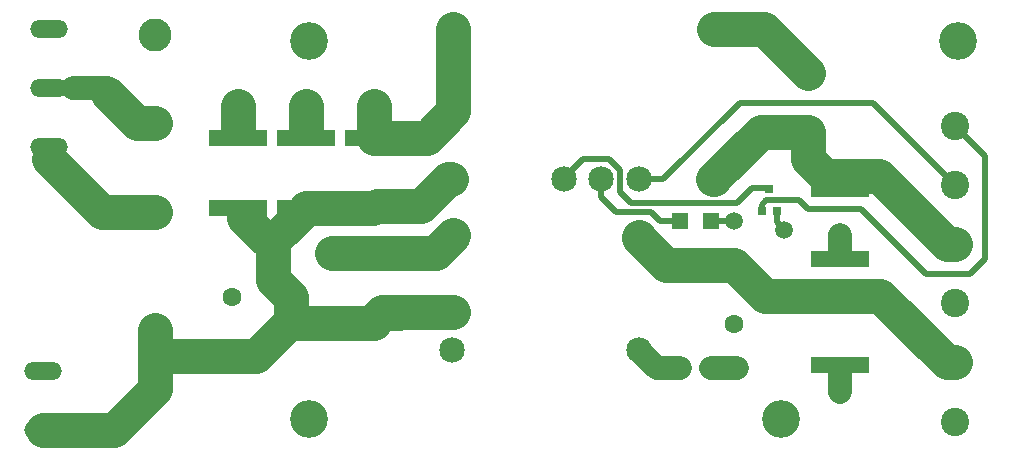
<source format=gtl>
G04 (created by PCBNEW-RS274X (2010-03-14)-final) date Tue 10 Jan 2012 23:21:23 GMT*
G01*
G70*
G90*
%MOIN*%
G04 Gerber Fmt 3.4, Leading zero omitted, Abs format*
%FSLAX34Y34*%
G04 APERTURE LIST*
%ADD10C,0.006000*%
%ADD11C,0.085000*%
%ADD12C,0.063000*%
%ADD13C,0.094500*%
%ADD14R,0.055100X0.055100*%
%ADD15R,0.196900X0.055100*%
%ADD16R,0.027600X0.027600*%
%ADD17R,0.031500X0.031500*%
%ADD18O,0.126000X0.059100*%
%ADD19C,0.126000*%
%ADD20C,0.110200*%
%ADD21C,0.059100*%
%ADD22C,0.078700*%
%ADD23C,0.039400*%
%ADD24C,0.118100*%
%ADD25C,0.019700*%
G04 APERTURE END LIST*
G54D10*
G54D11*
X47098Y-30185D03*
X47098Y-32685D03*
X47098Y-33935D03*
X53348Y-33935D03*
X53348Y-30185D03*
X47117Y-23248D03*
X47067Y-28248D03*
X50817Y-28248D03*
X52067Y-28248D03*
X53317Y-28248D03*
X55817Y-28248D03*
X55817Y-23248D03*
G54D12*
X56496Y-31103D03*
X56496Y-33072D03*
X58957Y-26673D03*
X58957Y-24704D03*
X41732Y-32185D03*
X39763Y-32185D03*
G54D13*
X63878Y-26477D03*
X63878Y-28446D03*
X63878Y-30414D03*
X63878Y-32383D03*
X63878Y-34351D03*
X63878Y-36320D03*
G54D14*
X54704Y-34547D03*
X55728Y-34547D03*
X55728Y-29626D03*
X54704Y-29626D03*
G54D15*
X60039Y-32126D03*
X60039Y-34449D03*
X44488Y-33032D03*
X44488Y-30709D03*
X60039Y-28582D03*
X60039Y-30905D03*
X44488Y-29193D03*
X44488Y-26870D03*
X42224Y-29193D03*
X42224Y-26870D03*
X39961Y-29193D03*
X39961Y-26870D03*
G54D16*
X57421Y-29291D03*
X57933Y-29291D03*
G54D17*
X57677Y-28563D03*
G54D18*
X33465Y-36615D03*
X33465Y-34646D03*
G54D19*
X42323Y-23622D03*
X63976Y-23622D03*
G54D18*
X33661Y-23229D03*
X33661Y-25198D03*
X33661Y-27166D03*
G54D19*
X58071Y-36220D03*
X42323Y-36220D03*
G54D20*
X37205Y-33267D03*
X37205Y-29330D03*
X37205Y-26377D03*
X37205Y-23424D03*
G54D21*
X60039Y-30118D03*
X60039Y-35335D03*
X39961Y-25787D03*
X42224Y-25787D03*
X56594Y-34547D03*
X58169Y-29921D03*
X56496Y-29626D03*
X43110Y-30709D03*
X44488Y-25787D03*
G54D22*
X60039Y-30610D02*
X60039Y-30118D01*
G54D23*
X60039Y-30905D02*
X60039Y-30610D01*
X60039Y-30610D02*
X60039Y-30709D01*
X60039Y-30709D02*
X60039Y-30905D01*
G54D22*
X60039Y-35335D02*
X60039Y-34744D01*
G54D23*
X60039Y-34744D02*
X60039Y-34449D01*
X39961Y-26279D02*
X39961Y-26870D01*
X42224Y-26378D02*
X42224Y-26870D01*
G54D24*
X39961Y-25787D02*
X39961Y-26279D01*
X39961Y-26279D02*
X39961Y-26476D01*
X42224Y-25787D02*
X42224Y-26378D01*
X42224Y-26378D02*
X42224Y-26476D01*
G54D22*
X55728Y-34547D02*
X56594Y-34547D01*
G54D25*
X57933Y-29291D02*
X57933Y-29685D01*
X57933Y-29685D02*
X58169Y-29921D01*
X55728Y-29626D02*
X56496Y-29626D01*
G54D24*
X55817Y-23248D02*
X57500Y-23248D01*
X58957Y-24705D02*
X58957Y-24704D01*
X57500Y-23248D02*
X58957Y-24705D01*
X44488Y-30709D02*
X43110Y-30709D01*
X44488Y-26870D02*
X46260Y-26870D01*
X47146Y-23228D02*
X47117Y-23248D01*
X47146Y-25984D02*
X47146Y-23228D01*
X46260Y-26870D02*
X47146Y-25984D01*
X44488Y-30709D02*
X46555Y-30709D01*
X47146Y-30118D02*
X47098Y-30185D01*
X46555Y-30709D02*
X47146Y-30118D01*
X44488Y-26870D02*
X44488Y-25787D01*
G54D23*
X39961Y-29193D02*
X39961Y-29332D01*
X40157Y-29528D02*
X40157Y-29527D01*
X39961Y-29332D02*
X40157Y-29528D01*
G54D24*
X41240Y-30216D02*
X40846Y-30216D01*
X40846Y-30216D02*
X40157Y-29527D01*
X40157Y-29527D02*
X40256Y-29626D01*
G54D23*
X44488Y-29193D02*
X42283Y-29193D01*
X42224Y-29134D02*
X42224Y-29193D01*
X42283Y-29193D02*
X42224Y-29134D01*
X47067Y-28248D02*
X47047Y-28248D01*
X42323Y-29232D02*
X42224Y-29193D01*
X46063Y-29232D02*
X42323Y-29232D01*
X47047Y-28248D02*
X46063Y-29232D01*
G54D24*
X41732Y-32185D02*
X41732Y-32184D01*
X41142Y-31594D02*
X41142Y-30216D01*
X41732Y-32184D02*
X41142Y-31594D01*
X41732Y-32185D02*
X41732Y-32973D01*
X40552Y-34153D02*
X37205Y-34153D01*
X41732Y-32973D02*
X40552Y-34153D01*
X33465Y-36615D02*
X35826Y-36615D01*
X37205Y-35236D02*
X37205Y-34153D01*
X35826Y-36615D02*
X37205Y-35236D01*
X37205Y-34153D02*
X37205Y-33267D01*
X47067Y-28248D02*
X46949Y-28248D01*
X46063Y-29134D02*
X44587Y-29134D01*
X46949Y-28248D02*
X46063Y-29134D01*
X42224Y-29193D02*
X44449Y-29193D01*
X47098Y-32685D02*
X44775Y-32685D01*
X44775Y-32685D02*
X44488Y-32972D01*
X44488Y-32972D02*
X44488Y-33032D01*
X44488Y-33032D02*
X41891Y-33032D01*
X41732Y-32972D02*
X41732Y-32185D01*
X41831Y-32972D02*
X41732Y-32972D01*
X41891Y-33032D02*
X41831Y-32972D01*
X41142Y-30216D02*
X41240Y-30216D01*
X42224Y-29232D02*
X42224Y-29193D01*
X41240Y-30216D02*
X42224Y-29232D01*
X47146Y-32677D02*
X47098Y-32685D01*
G54D22*
X54704Y-34547D02*
X53936Y-34547D01*
X53346Y-33957D02*
X53348Y-33935D01*
X53936Y-34547D02*
X53346Y-33957D01*
G54D25*
X51476Y-27559D02*
X52322Y-27559D01*
X51476Y-27559D02*
X50787Y-28248D01*
X50817Y-28248D02*
X50787Y-28248D01*
X55020Y-29035D02*
X56595Y-29035D01*
X56595Y-29035D02*
X57087Y-28543D01*
X57087Y-28543D02*
X57677Y-28543D01*
X57677Y-28543D02*
X57677Y-28563D01*
X55020Y-29035D02*
X53051Y-29035D01*
X52697Y-28681D02*
X53051Y-29035D01*
X52697Y-27934D02*
X52697Y-28681D01*
X52322Y-27559D02*
X52697Y-27934D01*
X64764Y-31003D02*
X64862Y-30905D01*
X63878Y-26476D02*
X63878Y-26477D01*
X64764Y-27362D02*
X63878Y-26476D01*
X64862Y-27460D02*
X64764Y-27362D01*
X64862Y-30905D02*
X64862Y-27460D01*
X64370Y-31397D02*
X62893Y-31397D01*
X57421Y-29095D02*
X57421Y-29291D01*
X58661Y-28937D02*
X58956Y-29232D01*
X57579Y-28937D02*
X58661Y-28937D01*
X57421Y-29095D02*
X57579Y-28937D01*
X60728Y-29232D02*
X58956Y-29232D01*
X62893Y-31397D02*
X60728Y-29232D01*
X64566Y-31201D02*
X64764Y-31003D01*
X64764Y-31003D02*
X64764Y-31003D01*
X64369Y-31398D02*
X64370Y-31397D01*
X64370Y-31397D02*
X64566Y-31201D01*
G54D24*
X60039Y-32126D02*
X61359Y-32126D01*
X63878Y-34350D02*
X63878Y-34351D01*
X63583Y-34350D02*
X63878Y-34350D01*
X61359Y-32126D02*
X63583Y-34350D01*
X60039Y-32126D02*
X57520Y-32126D01*
G54D22*
X56496Y-31102D02*
X56496Y-31103D01*
G54D24*
X57520Y-32126D02*
X56496Y-31102D01*
X56496Y-31103D02*
X54233Y-31103D01*
X53346Y-30216D02*
X53348Y-30185D01*
X54233Y-31103D02*
X53346Y-30216D01*
G54D23*
X33661Y-25198D02*
X34449Y-25197D01*
G54D22*
X35630Y-25197D02*
X35630Y-25394D01*
X34449Y-25197D02*
X35630Y-25197D01*
G54D24*
X36613Y-26377D02*
X35630Y-25394D01*
X35630Y-25394D02*
X35630Y-25394D01*
X37205Y-26377D02*
X36613Y-26377D01*
G54D23*
X33661Y-27166D02*
X33661Y-27559D01*
G54D24*
X35432Y-29330D02*
X33661Y-27559D01*
X35432Y-29330D02*
X37205Y-29330D01*
G54D25*
X54704Y-29626D02*
X54035Y-29626D01*
X52067Y-28839D02*
X52067Y-28248D01*
X52559Y-29331D02*
X52067Y-28839D01*
X53740Y-29331D02*
X52559Y-29331D01*
X54035Y-29626D02*
X53740Y-29331D01*
X53317Y-28248D02*
X54134Y-28248D01*
X63878Y-28445D02*
X63878Y-28446D01*
X61122Y-25689D02*
X63878Y-28445D01*
X56693Y-25689D02*
X61122Y-25689D01*
X54134Y-28248D02*
X56693Y-25689D01*
X58957Y-26673D02*
X58957Y-27500D01*
X58957Y-27500D02*
X60039Y-28582D01*
G54D24*
X59941Y-28150D02*
X59548Y-28150D01*
X58957Y-27559D02*
X58957Y-26673D01*
X59548Y-28150D02*
X58957Y-27559D01*
X61752Y-28582D02*
X61751Y-28582D01*
X61752Y-28582D02*
X63583Y-30413D01*
X63583Y-30413D02*
X63878Y-30413D01*
X63878Y-30414D02*
X63878Y-30413D01*
X61319Y-28150D02*
X59941Y-28150D01*
X59941Y-28150D02*
X59842Y-28150D01*
X61751Y-28582D02*
X61319Y-28150D01*
X58957Y-26673D02*
X57382Y-26673D01*
X57382Y-26673D02*
X55807Y-28248D01*
X55807Y-28248D02*
X55817Y-28248D01*
M02*

</source>
